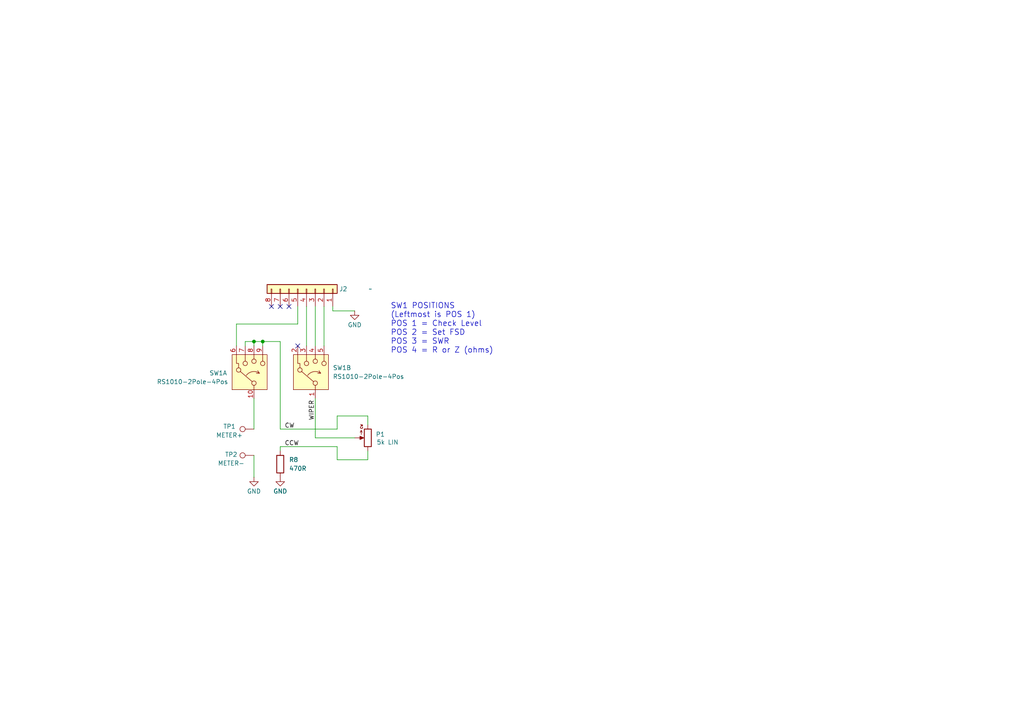
<source format=kicad_sch>
(kicad_sch
	(version 20250114)
	(generator "eeschema")
	(generator_version "9.0")
	(uuid "c04e1c9e-99e4-4f57-858c-9270bf48b239")
	(paper "A4")
	(lib_symbols
		(symbol "Connector:TestPoint"
			(pin_numbers
				(hide yes)
			)
			(pin_names
				(offset 0.762)
				(hide yes)
			)
			(exclude_from_sim no)
			(in_bom yes)
			(on_board yes)
			(property "Reference" "TP"
				(at 0 6.858 0)
				(effects
					(font
						(size 1.27 1.27)
					)
				)
			)
			(property "Value" "TestPoint"
				(at 0 5.08 0)
				(effects
					(font
						(size 1.27 1.27)
					)
				)
			)
			(property "Footprint" ""
				(at 5.08 0 0)
				(effects
					(font
						(size 1.27 1.27)
					)
					(hide yes)
				)
			)
			(property "Datasheet" "~"
				(at 5.08 0 0)
				(effects
					(font
						(size 1.27 1.27)
					)
					(hide yes)
				)
			)
			(property "Description" "test point"
				(at 0 0 0)
				(effects
					(font
						(size 1.27 1.27)
					)
					(hide yes)
				)
			)
			(property "ki_keywords" "test point tp"
				(at 0 0 0)
				(effects
					(font
						(size 1.27 1.27)
					)
					(hide yes)
				)
			)
			(property "ki_fp_filters" "Pin* Test*"
				(at 0 0 0)
				(effects
					(font
						(size 1.27 1.27)
					)
					(hide yes)
				)
			)
			(symbol "TestPoint_0_1"
				(circle
					(center 0 3.302)
					(radius 0.762)
					(stroke
						(width 0)
						(type default)
					)
					(fill
						(type none)
					)
				)
			)
			(symbol "TestPoint_1_1"
				(pin passive line
					(at 0 0 90)
					(length 2.54)
					(name "1"
						(effects
							(font
								(size 1.27 1.27)
							)
						)
					)
					(number "1"
						(effects
							(font
								(size 1.27 1.27)
							)
						)
					)
				)
			)
			(embedded_fonts no)
		)
		(symbol "Connector_Generic:Conn_01x08"
			(pin_names
				(offset 1.016)
				(hide yes)
			)
			(exclude_from_sim no)
			(in_bom yes)
			(on_board yes)
			(property "Reference" "J"
				(at 0 10.16 0)
				(effects
					(font
						(size 1.27 1.27)
					)
				)
			)
			(property "Value" "Conn_01x08"
				(at 0 -12.7 0)
				(effects
					(font
						(size 1.27 1.27)
					)
				)
			)
			(property "Footprint" ""
				(at 0 0 0)
				(effects
					(font
						(size 1.27 1.27)
					)
					(hide yes)
				)
			)
			(property "Datasheet" "~"
				(at 0 0 0)
				(effects
					(font
						(size 1.27 1.27)
					)
					(hide yes)
				)
			)
			(property "Description" "Generic connector, single row, 01x08, script generated (kicad-library-utils/schlib/autogen/connector/)"
				(at 0 0 0)
				(effects
					(font
						(size 1.27 1.27)
					)
					(hide yes)
				)
			)
			(property "ki_keywords" "connector"
				(at 0 0 0)
				(effects
					(font
						(size 1.27 1.27)
					)
					(hide yes)
				)
			)
			(property "ki_fp_filters" "Connector*:*_1x??_*"
				(at 0 0 0)
				(effects
					(font
						(size 1.27 1.27)
					)
					(hide yes)
				)
			)
			(symbol "Conn_01x08_1_1"
				(rectangle
					(start -1.27 8.89)
					(end 1.27 -11.43)
					(stroke
						(width 0.254)
						(type default)
					)
					(fill
						(type background)
					)
				)
				(rectangle
					(start -1.27 7.747)
					(end 0 7.493)
					(stroke
						(width 0.1524)
						(type default)
					)
					(fill
						(type none)
					)
				)
				(rectangle
					(start -1.27 5.207)
					(end 0 4.953)
					(stroke
						(width 0.1524)
						(type default)
					)
					(fill
						(type none)
					)
				)
				(rectangle
					(start -1.27 2.667)
					(end 0 2.413)
					(stroke
						(width 0.1524)
						(type default)
					)
					(fill
						(type none)
					)
				)
				(rectangle
					(start -1.27 0.127)
					(end 0 -0.127)
					(stroke
						(width 0.1524)
						(type default)
					)
					(fill
						(type none)
					)
				)
				(rectangle
					(start -1.27 -2.413)
					(end 0 -2.667)
					(stroke
						(width 0.1524)
						(type default)
					)
					(fill
						(type none)
					)
				)
				(rectangle
					(start -1.27 -4.953)
					(end 0 -5.207)
					(stroke
						(width 0.1524)
						(type default)
					)
					(fill
						(type none)
					)
				)
				(rectangle
					(start -1.27 -7.493)
					(end 0 -7.747)
					(stroke
						(width 0.1524)
						(type default)
					)
					(fill
						(type none)
					)
				)
				(rectangle
					(start -1.27 -10.033)
					(end 0 -10.287)
					(stroke
						(width 0.1524)
						(type default)
					)
					(fill
						(type none)
					)
				)
				(pin passive line
					(at -5.08 7.62 0)
					(length 3.81)
					(name "Pin_1"
						(effects
							(font
								(size 1.27 1.27)
							)
						)
					)
					(number "1"
						(effects
							(font
								(size 1.27 1.27)
							)
						)
					)
				)
				(pin passive line
					(at -5.08 5.08 0)
					(length 3.81)
					(name "Pin_2"
						(effects
							(font
								(size 1.27 1.27)
							)
						)
					)
					(number "2"
						(effects
							(font
								(size 1.27 1.27)
							)
						)
					)
				)
				(pin passive line
					(at -5.08 2.54 0)
					(length 3.81)
					(name "Pin_3"
						(effects
							(font
								(size 1.27 1.27)
							)
						)
					)
					(number "3"
						(effects
							(font
								(size 1.27 1.27)
							)
						)
					)
				)
				(pin passive line
					(at -5.08 0 0)
					(length 3.81)
					(name "Pin_4"
						(effects
							(font
								(size 1.27 1.27)
							)
						)
					)
					(number "4"
						(effects
							(font
								(size 1.27 1.27)
							)
						)
					)
				)
				(pin passive line
					(at -5.08 -2.54 0)
					(length 3.81)
					(name "Pin_5"
						(effects
							(font
								(size 1.27 1.27)
							)
						)
					)
					(number "5"
						(effects
							(font
								(size 1.27 1.27)
							)
						)
					)
				)
				(pin passive line
					(at -5.08 -5.08 0)
					(length 3.81)
					(name "Pin_6"
						(effects
							(font
								(size 1.27 1.27)
							)
						)
					)
					(number "6"
						(effects
							(font
								(size 1.27 1.27)
							)
						)
					)
				)
				(pin passive line
					(at -5.08 -7.62 0)
					(length 3.81)
					(name "Pin_7"
						(effects
							(font
								(size 1.27 1.27)
							)
						)
					)
					(number "7"
						(effects
							(font
								(size 1.27 1.27)
							)
						)
					)
				)
				(pin passive line
					(at -5.08 -10.16 0)
					(length 3.81)
					(name "Pin_8"
						(effects
							(font
								(size 1.27 1.27)
							)
						)
					)
					(number "8"
						(effects
							(font
								(size 1.27 1.27)
							)
						)
					)
				)
			)
			(embedded_fonts no)
		)
		(symbol "Device:R"
			(pin_numbers
				(hide yes)
			)
			(pin_names
				(offset 0)
			)
			(exclude_from_sim no)
			(in_bom yes)
			(on_board yes)
			(property "Reference" "R"
				(at 2.032 0 90)
				(effects
					(font
						(size 1.27 1.27)
					)
				)
			)
			(property "Value" "R"
				(at 0 0 90)
				(effects
					(font
						(size 1.27 1.27)
					)
				)
			)
			(property "Footprint" ""
				(at -1.778 0 90)
				(effects
					(font
						(size 1.27 1.27)
					)
					(hide yes)
				)
			)
			(property "Datasheet" "~"
				(at 0 0 0)
				(effects
					(font
						(size 1.27 1.27)
					)
					(hide yes)
				)
			)
			(property "Description" "Resistor"
				(at 0 0 0)
				(effects
					(font
						(size 1.27 1.27)
					)
					(hide yes)
				)
			)
			(property "ki_keywords" "R res resistor"
				(at 0 0 0)
				(effects
					(font
						(size 1.27 1.27)
					)
					(hide yes)
				)
			)
			(property "ki_fp_filters" "R_*"
				(at 0 0 0)
				(effects
					(font
						(size 1.27 1.27)
					)
					(hide yes)
				)
			)
			(symbol "R_0_1"
				(rectangle
					(start -1.016 -2.54)
					(end 1.016 2.54)
					(stroke
						(width 0.254)
						(type default)
					)
					(fill
						(type none)
					)
				)
			)
			(symbol "R_1_1"
				(pin passive line
					(at 0 3.81 270)
					(length 1.27)
					(name "~"
						(effects
							(font
								(size 1.27 1.27)
							)
						)
					)
					(number "1"
						(effects
							(font
								(size 1.27 1.27)
							)
						)
					)
				)
				(pin passive line
					(at 0 -3.81 90)
					(length 1.27)
					(name "~"
						(effects
							(font
								(size 1.27 1.27)
							)
						)
					)
					(number "2"
						(effects
							(font
								(size 1.27 1.27)
							)
						)
					)
				)
			)
			(embedded_fonts no)
		)
		(symbol "RS1010-symbol-library:RS1010-2Pole-4Pos"
			(pin_names
				(hide yes)
			)
			(exclude_from_sim no)
			(in_bom yes)
			(on_board yes)
			(property "Reference" "SW"
				(at 0 7.62 0)
				(effects
					(font
						(size 1.27 1.27)
					)
				)
			)
			(property "Value" "RS1010-2Pole-4Pos"
				(at 1.27 -5.334 0)
				(effects
					(font
						(size 1.27 1.27)
					)
				)
			)
			(property "Footprint" "RS1010-footprint-library:RS1010"
				(at 0 -7.62 0)
				(effects
					(font
						(size 1.27 1.27)
					)
					(hide yes)
				)
			)
			(property "Datasheet" "~"
				(at 0 -10.16 0)
				(effects
					(font
						(size 1.27 1.27)
					)
					(hide yes)
				)
			)
			(property "Description" "Rotary switch SR10010F RS1010"
				(at 0.254 9.652 0)
				(effects
					(font
						(size 1.27 1.27)
					)
					(hide yes)
				)
			)
			(property "ki_keywords" "Rotary switch RS1010 SR10010F"
				(at 0 0 0)
				(effects
					(font
						(size 1.27 1.27)
					)
					(hide yes)
				)
			)
			(symbol "RS1010-2Pole-4Pos_0_1"
				(polyline
					(pts
						(xy -5.08 0) (xy -3.81 0)
					)
					(stroke
						(width 0)
						(type default)
					)
					(fill
						(type none)
					)
				)
				(circle
					(center -3.175 0)
					(radius 0.635)
					(stroke
						(width 0)
						(type default)
					)
					(fill
						(type none)
					)
				)
				(polyline
					(pts
						(xy -2.7432 0.508) (xy 0.2032 3.9624)
					)
					(stroke
						(width 0)
						(type default)
					)
					(fill
						(type none)
					)
				)
				(arc
					(start -0.9526 2.2225)
					(mid 0.154 0.449)
					(end -0.3176 -1.5875)
					(stroke
						(width 0)
						(type default)
					)
					(fill
						(type none)
					)
				)
				(polyline
					(pts
						(xy -0.3176 -1.5875) (xy -0.3176 -0.6985)
					)
					(stroke
						(width 0)
						(type default)
					)
					(fill
						(type none)
					)
				)
				(polyline
					(pts
						(xy -0.3176 -1.5875) (xy -0.3176 -1.5875)
					)
					(stroke
						(width 0)
						(type default)
					)
					(fill
						(type none)
					)
				)
				(polyline
					(pts
						(xy -0.3176 -1.5875) (xy 0.4444 -1.0795)
					)
					(stroke
						(width 0)
						(type default)
					)
					(fill
						(type none)
					)
				)
				(polyline
					(pts
						(xy 0.3174 -1.5875) (xy 0.3174 -1.5875)
					)
					(stroke
						(width 0)
						(type default)
					)
					(fill
						(type none)
					)
				)
				(circle
					(center 0.635 4.445)
					(radius 0.635)
					(stroke
						(width 0)
						(type default)
					)
					(fill
						(type none)
					)
				)
				(circle
					(center 2.54 2.54)
					(radius 0.635)
					(stroke
						(width 0)
						(type default)
					)
					(fill
						(type none)
					)
				)
				(circle
					(center 2.54 -2.54)
					(radius 0.635)
					(stroke
						(width 0)
						(type default)
					)
					(fill
						(type none)
					)
				)
				(circle
					(center 3.175 0)
					(radius 0.635)
					(stroke
						(width 0)
						(type default)
					)
					(fill
						(type none)
					)
				)
				(polyline
					(pts
						(xy 5.08 5.08) (xy 2.54 5.08) (xy 2.54 4.445) (xy 1.27 4.445)
					)
					(stroke
						(width 0)
						(type default)
					)
					(fill
						(type none)
					)
				)
				(polyline
					(pts
						(xy 5.08 2.54) (xy 3.175 2.54)
					)
					(stroke
						(width 0)
						(type default)
					)
					(fill
						(type none)
					)
				)
				(polyline
					(pts
						(xy 5.08 0) (xy 3.81 0)
					)
					(stroke
						(width 0)
						(type default)
					)
					(fill
						(type none)
					)
				)
				(polyline
					(pts
						(xy 5.08 -2.54) (xy 3.175 -2.54)
					)
					(stroke
						(width 0)
						(type default)
					)
					(fill
						(type none)
					)
				)
			)
			(symbol "RS1010-2Pole-4Pos_1_1"
				(polyline
					(pts
						(xy -5.08 6.35) (xy 5.08 6.35) (xy 5.08 -3.81) (xy -5.08 -3.81) (xy -5.08 6.35) (xy -5.08 6.35)
					)
					(stroke
						(width 0)
						(type default)
					)
					(fill
						(type background)
					)
				)
				(pin passive line
					(at -7.62 0 0)
					(length 2.54)
					(name ""
						(effects
							(font
								(size 1.27 1.27)
							)
						)
					)
					(number "10"
						(effects
							(font
								(size 1.27 1.27)
							)
						)
					)
				)
				(pin passive line
					(at 7.62 5.08 180)
					(length 2.54)
					(name ""
						(effects
							(font
								(size 1.27 1.27)
							)
						)
					)
					(number "6"
						(effects
							(font
								(size 1.27 1.27)
							)
						)
					)
				)
				(pin passive line
					(at 7.62 2.54 180)
					(length 2.54)
					(name ""
						(effects
							(font
								(size 1.27 1.27)
							)
						)
					)
					(number "7"
						(effects
							(font
								(size 1.27 1.27)
							)
						)
					)
				)
				(pin passive line
					(at 7.62 0 180)
					(length 2.54)
					(name ""
						(effects
							(font
								(size 1.27 1.27)
							)
						)
					)
					(number "8"
						(effects
							(font
								(size 1.27 1.27)
							)
						)
					)
				)
				(pin passive line
					(at 7.62 -2.54 180)
					(length 2.54)
					(name ""
						(effects
							(font
								(size 1.27 1.27)
							)
						)
					)
					(number "9"
						(effects
							(font
								(size 1.27 1.27)
							)
						)
					)
				)
			)
			(symbol "RS1010-2Pole-4Pos_2_1"
				(polyline
					(pts
						(xy -5.08 6.35) (xy 5.08 6.35) (xy 5.08 -3.81) (xy -5.08 -3.81) (xy -5.08 6.35) (xy -5.08 6.35)
					)
					(stroke
						(width 0)
						(type default)
					)
					(fill
						(type background)
					)
				)
				(pin passive line
					(at -7.62 0 0)
					(length 2.54)
					(name ""
						(effects
							(font
								(size 1.27 1.27)
							)
						)
					)
					(number "1"
						(effects
							(font
								(size 1.27 1.27)
							)
						)
					)
				)
				(pin passive line
					(at 7.62 5.08 180)
					(length 2.54)
					(name ""
						(effects
							(font
								(size 1.27 1.27)
							)
						)
					)
					(number "2"
						(effects
							(font
								(size 1.27 1.27)
							)
						)
					)
				)
				(pin passive line
					(at 7.62 2.54 180)
					(length 2.54)
					(name ""
						(effects
							(font
								(size 1.27 1.27)
							)
						)
					)
					(number "3"
						(effects
							(font
								(size 1.27 1.27)
							)
						)
					)
				)
				(pin passive line
					(at 7.62 0 180)
					(length 2.54)
					(name ""
						(effects
							(font
								(size 1.27 1.27)
							)
						)
					)
					(number "4"
						(effects
							(font
								(size 1.27 1.27)
							)
						)
					)
				)
				(pin passive line
					(at 7.62 -2.54 180)
					(length 2.54)
					(name ""
						(effects
							(font
								(size 1.27 1.27)
							)
						)
					)
					(number "5"
						(effects
							(font
								(size 1.27 1.27)
							)
						)
					)
				)
			)
			(embedded_fonts no)
		)
		(symbol "User_Global_Symbol_Library:R_Potentiometer"
			(pin_numbers
				(hide yes)
			)
			(pin_names
				(offset 1.016)
				(hide yes)
			)
			(exclude_from_sim no)
			(in_bom yes)
			(on_board yes)
			(property "Reference" "VR"
				(at -4.445 0 90)
				(effects
					(font
						(size 1.27 1.27)
					)
				)
			)
			(property "Value" "R_Potentiometer"
				(at -2.54 0 90)
				(effects
					(font
						(size 1.27 1.27)
					)
				)
			)
			(property "Footprint" "User_Global_Library:Potentiometer_soldersmoke"
				(at 0 0 0)
				(effects
					(font
						(size 1.27 1.27)
					)
					(hide yes)
				)
			)
			(property "Datasheet" "~"
				(at 0 0 0)
				(effects
					(font
						(size 1.27 1.27)
					)
					(hide yes)
				)
			)
			(property "Description" "Potentiometer"
				(at 0 0 0)
				(effects
					(font
						(size 1.27 1.27)
					)
					(hide yes)
				)
			)
			(property "ki_keywords" "resistor variable"
				(at 0 0 0)
				(effects
					(font
						(size 1.27 1.27)
					)
					(hide yes)
				)
			)
			(property "ki_fp_filters" "Potentiometer*"
				(at 0 0 0)
				(effects
					(font
						(size 1.27 1.27)
					)
					(hide yes)
				)
			)
			(symbol "R_Potentiometer_0_1"
				(rectangle
					(start 1.016 2.54)
					(end -1.016 -2.54)
					(stroke
						(width 0.254)
						(type default)
					)
					(fill
						(type none)
					)
				)
				(polyline
					(pts
						(xy 1.143 0) (xy 2.286 0.508) (xy 2.286 -0.508) (xy 1.143 0)
					)
					(stroke
						(width 0)
						(type default)
					)
					(fill
						(type outline)
					)
				)
				(polyline
					(pts
						(xy 1.905 2.2225) (xy 2.2225 1.5875)
					)
					(stroke
						(width 0)
						(type default)
					)
					(fill
						(type none)
					)
				)
				(polyline
					(pts
						(xy 1.905 0.9525) (xy 1.905 2.2225) (xy 1.5875 1.5875)
					)
					(stroke
						(width 0)
						(type default)
					)
					(fill
						(type none)
					)
				)
				(polyline
					(pts
						(xy 2.54 0) (xy 1.524 0)
					)
					(stroke
						(width 0)
						(type default)
					)
					(fill
						(type none)
					)
				)
			)
			(symbol "R_Potentiometer_1_1"
				(text "CW"
					(at 1.778 3.302 900)
					(effects
						(font
							(size 0.635 0.635)
						)
					)
				)
				(pin passive line
					(at 0 3.81 270)
					(length 1.27)
					(name "3"
						(effects
							(font
								(size 1.27 1.27)
							)
						)
					)
					(number "3"
						(effects
							(font
								(size 1.27 1.27)
							)
						)
					)
				)
				(pin passive line
					(at 0 -3.81 90)
					(length 1.27)
					(name "1"
						(effects
							(font
								(size 1.27 1.27)
							)
						)
					)
					(number "1"
						(effects
							(font
								(size 1.27 1.27)
							)
						)
					)
				)
				(pin passive line
					(at 3.81 0 180)
					(length 1.27)
					(name "2"
						(effects
							(font
								(size 1.27 1.27)
							)
						)
					)
					(number "2"
						(effects
							(font
								(size 1.27 1.27)
							)
						)
					)
				)
			)
			(embedded_fonts no)
		)
		(symbol "power:GND"
			(power)
			(pin_numbers
				(hide yes)
			)
			(pin_names
				(offset 0)
				(hide yes)
			)
			(exclude_from_sim no)
			(in_bom yes)
			(on_board yes)
			(property "Reference" "#PWR"
				(at 0 -6.35 0)
				(effects
					(font
						(size 1.27 1.27)
					)
					(hide yes)
				)
			)
			(property "Value" "GND"
				(at 0 -3.81 0)
				(effects
					(font
						(size 1.27 1.27)
					)
				)
			)
			(property "Footprint" ""
				(at 0 0 0)
				(effects
					(font
						(size 1.27 1.27)
					)
					(hide yes)
				)
			)
			(property "Datasheet" ""
				(at 0 0 0)
				(effects
					(font
						(size 1.27 1.27)
					)
					(hide yes)
				)
			)
			(property "Description" "Power symbol creates a global label with name \"GND\" , ground"
				(at 0 0 0)
				(effects
					(font
						(size 1.27 1.27)
					)
					(hide yes)
				)
			)
			(property "ki_keywords" "global power"
				(at 0 0 0)
				(effects
					(font
						(size 1.27 1.27)
					)
					(hide yes)
				)
			)
			(symbol "GND_0_1"
				(polyline
					(pts
						(xy 0 0) (xy 0 -1.27) (xy 1.27 -1.27) (xy 0 -2.54) (xy -1.27 -1.27) (xy 0 -1.27)
					)
					(stroke
						(width 0)
						(type default)
					)
					(fill
						(type none)
					)
				)
			)
			(symbol "GND_1_1"
				(pin power_in line
					(at 0 0 270)
					(length 0)
					(name "~"
						(effects
							(font
								(size 1.27 1.27)
							)
						)
					)
					(number "1"
						(effects
							(font
								(size 1.27 1.27)
							)
						)
					)
				)
			)
			(embedded_fonts no)
		)
	)
	(text "SW1 POSITIONS\n(Leftmost is POS 1)\nPOS 1 = Check Level\nPOS 2 = Set FSD\nPOS 3 = SWR\nPOS 4 = R or Z (ohms)"
		(exclude_from_sim no)
		(at 113.284 95.25 0)
		(effects
			(font
				(size 1.6 1.6)
			)
			(justify left)
		)
		(uuid "1fc15601-5166-4b61-9c4a-5daf84a06567")
	)
	(junction
		(at 76.2 99.06)
		(diameter 0)
		(color 0 0 0 0)
		(uuid "4dddef37-1471-4042-9ae4-1281c383fe03")
	)
	(junction
		(at 73.66 99.06)
		(diameter 0)
		(color 0 0 0 0)
		(uuid "96531b9d-ffa2-4008-9a89-0f7b5750bc42")
	)
	(no_connect
		(at 86.36 100.33)
		(uuid "18419097-b37a-4e3c-9efa-b1194ad03183")
	)
	(no_connect
		(at 83.82 88.9)
		(uuid "30accba8-a315-4eac-9728-5cc9c3bd1819")
	)
	(no_connect
		(at 78.74 88.9)
		(uuid "bc481b1f-1b00-4413-9a0d-9bf562835a89")
	)
	(no_connect
		(at 81.28 88.9)
		(uuid "fbb7e1e1-5500-4e82-a4c3-f0fe08893705")
	)
	(wire
		(pts
			(xy 73.66 115.57) (xy 73.66 124.46)
		)
		(stroke
			(width 0)
			(type default)
		)
		(uuid "077bfebe-8f5c-4d0a-89e9-0b4629984f0a")
	)
	(wire
		(pts
			(xy 81.28 124.46) (xy 97.79 124.46)
		)
		(stroke
			(width 0)
			(type default)
		)
		(uuid "10cbfcae-5a0b-49a9-a7fe-dceebe1816fa")
	)
	(wire
		(pts
			(xy 93.98 88.9) (xy 93.98 100.33)
		)
		(stroke
			(width 0)
			(type default)
		)
		(uuid "3361e062-32a7-471f-b8ca-2baa3343ddaa")
	)
	(wire
		(pts
			(xy 81.28 124.46) (xy 81.28 99.06)
		)
		(stroke
			(width 0)
			(type default)
		)
		(uuid "355ab485-d565-4134-abbf-e8969f21c164")
	)
	(wire
		(pts
			(xy 86.36 93.98) (xy 86.36 88.9)
		)
		(stroke
			(width 0)
			(type default)
		)
		(uuid "3a44d93a-feff-49a5-b6b8-eb5d692d3213")
	)
	(wire
		(pts
			(xy 97.79 133.35) (xy 106.68 133.35)
		)
		(stroke
			(width 0)
			(type default)
		)
		(uuid "5826c8d0-299e-4789-aa51-c5db6ced064b")
	)
	(wire
		(pts
			(xy 97.79 124.46) (xy 97.79 120.65)
		)
		(stroke
			(width 0)
			(type default)
		)
		(uuid "5a97d098-0fdc-448a-ae53-d1db7e985dcd")
	)
	(wire
		(pts
			(xy 91.44 115.57) (xy 91.44 127)
		)
		(stroke
			(width 0)
			(type default)
		)
		(uuid "5e75c0b6-a6ff-4ed9-ab61-4476ef80a21a")
	)
	(wire
		(pts
			(xy 68.58 93.98) (xy 86.36 93.98)
		)
		(stroke
			(width 0)
			(type default)
		)
		(uuid "6ed93861-c345-4d62-9477-16411675814f")
	)
	(wire
		(pts
			(xy 81.28 129.54) (xy 81.28 130.81)
		)
		(stroke
			(width 0)
			(type default)
		)
		(uuid "71dc7766-7a73-42e2-9c14-762fb5382c1d")
	)
	(wire
		(pts
			(xy 88.9 88.9) (xy 88.9 100.33)
		)
		(stroke
			(width 0)
			(type default)
		)
		(uuid "75707f5a-a7d3-41d4-aa00-c34a71e427aa")
	)
	(wire
		(pts
			(xy 96.52 90.17) (xy 96.52 88.9)
		)
		(stroke
			(width 0)
			(type default)
		)
		(uuid "8437c2e5-a387-4424-8010-d3f551450036")
	)
	(wire
		(pts
			(xy 106.68 120.65) (xy 106.68 123.19)
		)
		(stroke
			(width 0)
			(type default)
		)
		(uuid "86ecfcb9-414b-4a02-b190-a08440586ef6")
	)
	(wire
		(pts
			(xy 73.66 99.06) (xy 76.2 99.06)
		)
		(stroke
			(width 0)
			(type default)
		)
		(uuid "94e80c7d-95c9-45b0-bace-aee2193b11ba")
	)
	(wire
		(pts
			(xy 102.87 90.17) (xy 96.52 90.17)
		)
		(stroke
			(width 0)
			(type default)
		)
		(uuid "9af863de-d083-4428-8454-3cc28976c486")
	)
	(wire
		(pts
			(xy 97.79 120.65) (xy 106.68 120.65)
		)
		(stroke
			(width 0)
			(type default)
		)
		(uuid "a03302ea-9c0a-44cf-a1ff-58143046362c")
	)
	(wire
		(pts
			(xy 81.28 99.06) (xy 76.2 99.06)
		)
		(stroke
			(width 0)
			(type default)
		)
		(uuid "a289d636-24b5-409f-b7f7-7d6308368735")
	)
	(wire
		(pts
			(xy 106.68 133.35) (xy 106.68 130.81)
		)
		(stroke
			(width 0)
			(type default)
		)
		(uuid "a46ef2e8-85d0-40f6-9cb4-71be11df49d4")
	)
	(wire
		(pts
			(xy 91.44 127) (xy 102.87 127)
		)
		(stroke
			(width 0)
			(type default)
		)
		(uuid "a68a8f97-d602-4809-b658-c95eac296bcb")
	)
	(wire
		(pts
			(xy 68.58 93.98) (xy 68.58 100.33)
		)
		(stroke
			(width 0)
			(type default)
		)
		(uuid "b61bd400-989c-47eb-8efa-0e3256f6c0b7")
	)
	(wire
		(pts
			(xy 73.66 132.08) (xy 73.66 138.43)
		)
		(stroke
			(width 0)
			(type default)
		)
		(uuid "ba8a11f6-9377-448e-bf1e-076532e410a4")
	)
	(wire
		(pts
			(xy 71.12 100.33) (xy 71.12 99.06)
		)
		(stroke
			(width 0)
			(type default)
		)
		(uuid "bd397b4d-2e2e-4edf-bc4d-6d25e06da5c7")
	)
	(wire
		(pts
			(xy 73.66 99.06) (xy 73.66 100.33)
		)
		(stroke
			(width 0)
			(type default)
		)
		(uuid "c33775de-b50e-4539-a40a-a3dbf9faad6f")
	)
	(wire
		(pts
			(xy 97.79 129.54) (xy 97.79 133.35)
		)
		(stroke
			(width 0)
			(type default)
		)
		(uuid "caa569d9-9f94-42f6-ba8d-6b3f15417e75")
	)
	(wire
		(pts
			(xy 71.12 99.06) (xy 73.66 99.06)
		)
		(stroke
			(width 0)
			(type default)
		)
		(uuid "d17ea2a7-b071-45c9-a2d7-87096b7e0159")
	)
	(wire
		(pts
			(xy 81.28 129.54) (xy 97.79 129.54)
		)
		(stroke
			(width 0)
			(type default)
		)
		(uuid "d388bd54-43f9-48be-a794-4a8ce7cbd96f")
	)
	(wire
		(pts
			(xy 76.2 99.06) (xy 76.2 100.33)
		)
		(stroke
			(width 0)
			(type default)
		)
		(uuid "d456ba43-a6dc-41f7-a9d8-7021e647e893")
	)
	(wire
		(pts
			(xy 91.44 88.9) (xy 91.44 100.33)
		)
		(stroke
			(width 0)
			(type default)
		)
		(uuid "d5731d78-1b98-4c50-9e12-72629e9c6097")
	)
	(label "WIPER"
		(at 91.44 121.92 90)
		(effects
			(font
				(size 1.27 1.27)
			)
			(justify left bottom)
		)
		(uuid "0e9fa85a-5082-4d69-97ac-7298506ada69")
	)
	(label "CCW"
		(at 82.55 129.54 0)
		(effects
			(font
				(size 1.27 1.27)
			)
			(justify left bottom)
		)
		(uuid "578adb04-81f4-4ee1-89ef-1f1a95604f7c")
	)
	(label "CW"
		(at 82.55 124.46 0)
		(effects
			(font
				(size 1.27 1.27)
			)
			(justify left bottom)
		)
		(uuid "b2906d40-1df1-4545-bd8a-dcc1628b2ea2")
	)
	(symbol
		(lib_id "RS1010-symbol-library:RS1010-2Pole-4Pos")
		(at 73.66 107.95 90)
		(unit 1)
		(exclude_from_sim no)
		(in_bom yes)
		(on_board yes)
		(dnp no)
		(uuid "13a18564-a53f-4ac1-bda5-8fb16700867f")
		(property "Reference" "SW1"
			(at 60.706 108.204 90)
			(effects
				(font
					(size 1.27 1.27)
				)
				(justify right)
			)
		)
		(property "Value" "RS1010-2Pole-4Pos"
			(at 45.466 110.744 90)
			(effects
				(font
					(size 1.27 1.27)
				)
				(justify right)
			)
		)
		(property "Footprint" "RS1010-footprint-library:RS1010"
			(at 81.28 107.95 0)
			(effects
				(font
					(size 1.27 1.27)
				)
				(hide yes)
			)
		)
		(property "Datasheet" "~"
			(at 83.82 107.95 0)
			(effects
				(font
					(size 1.27 1.27)
				)
				(hide yes)
			)
		)
		(property "Description" "Rotary switch SR10010F RS1010"
			(at 64.008 107.696 0)
			(effects
				(font
					(size 1.27 1.27)
				)
				(hide yes)
			)
		)
		(pin "9"
			(uuid "d84e5858-4aed-4482-82c7-772749e58f3e")
		)
		(pin "4"
			(uuid "9a81d876-face-43c5-9fda-6ab8e083b8fb")
		)
		(pin "2"
			(uuid "e531d12b-32be-4ae8-b457-2b1fe2fcbe90")
		)
		(pin "3"
			(uuid "84d66a7e-fdc5-472b-8d3b-44f52b2fdd69")
		)
		(pin "1"
			(uuid "2f230818-c5b8-472e-b47a-3e913e4fff79")
		)
		(pin "5"
			(uuid "f46c1020-f9d6-49b2-8964-87a1fc5e6b44")
		)
		(pin "8"
			(uuid "3ed967ef-7361-400b-b90c-4e53f50d8bfe")
		)
		(pin "10"
			(uuid "424a24e8-e996-45b1-a068-f4691a9759a2")
		)
		(pin "6"
			(uuid "4fae7ee6-7b83-4dbe-8805-803867353c8f")
		)
		(pin "7"
			(uuid "e4038ff2-b140-423f-b99c-9f0c08fb67f2")
		)
		(instances
			(project "controls-flex-antenna-analyzer"
				(path "/c04e1c9e-99e4-4f57-858c-9270bf48b239"
					(reference "SW1")
					(unit 1)
				)
			)
		)
	)
	(symbol
		(lib_id "power:GND")
		(at 81.28 138.43 0)
		(unit 1)
		(exclude_from_sim no)
		(in_bom yes)
		(on_board yes)
		(dnp no)
		(uuid "3d60f04b-770b-4b38-97bf-e61ca4b93a8d")
		(property "Reference" "#PWR015"
			(at 81.28 144.78 0)
			(effects
				(font
					(size 1.27 1.27)
				)
				(hide yes)
			)
		)
		(property "Value" "GND"
			(at 81.28 142.494 0)
			(effects
				(font
					(size 1.27 1.27)
				)
			)
		)
		(property "Footprint" ""
			(at 81.28 138.43 0)
			(effects
				(font
					(size 1.27 1.27)
				)
				(hide yes)
			)
		)
		(property "Datasheet" ""
			(at 81.28 138.43 0)
			(effects
				(font
					(size 1.27 1.27)
				)
				(hide yes)
			)
		)
		(property "Description" "Power symbol creates a global label with name \"GND\" , ground"
			(at 81.28 138.43 0)
			(effects
				(font
					(size 1.27 1.27)
				)
				(hide yes)
			)
		)
		(pin "1"
			(uuid "4b57d577-04db-4fe1-b50e-221bd542ea62")
		)
		(instances
			(project "controls-flex-antenna-analyzer"
				(path "/c04e1c9e-99e4-4f57-858c-9270bf48b239"
					(reference "#PWR015")
					(unit 1)
				)
			)
		)
	)
	(symbol
		(lib_id "Device:R")
		(at 81.28 134.62 0)
		(unit 1)
		(exclude_from_sim no)
		(in_bom yes)
		(on_board yes)
		(dnp no)
		(uuid "488b7da0-61cb-41c5-b4d5-f94a596164fd")
		(property "Reference" "R8"
			(at 83.82 133.3499 0)
			(effects
				(font
					(size 1.27 1.27)
				)
				(justify left)
			)
		)
		(property "Value" "470R"
			(at 83.82 135.8899 0)
			(effects
				(font
					(size 1.27 1.27)
				)
				(justify left)
			)
		)
		(property "Footprint" "Resistor_SMD:R_0805_2012Metric_Pad1.20x1.40mm_HandSolder"
			(at 79.502 134.62 90)
			(effects
				(font
					(size 1.27 1.27)
				)
				(hide yes)
			)
		)
		(property "Datasheet" "~"
			(at 81.28 134.62 0)
			(effects
				(font
					(size 1.27 1.27)
				)
				(hide yes)
			)
		)
		(property "Description" "Resistor"
			(at 81.28 134.62 0)
			(effects
				(font
					(size 1.27 1.27)
				)
				(hide yes)
			)
		)
		(pin "2"
			(uuid "69755293-e236-4377-956c-5ed0ed20c971")
		)
		(pin "1"
			(uuid "85de3fbe-34d9-4c8a-a192-9dd8367c2208")
		)
		(instances
			(project "controls-flex-antenna-analyzer"
				(path "/c04e1c9e-99e4-4f57-858c-9270bf48b239"
					(reference "R8")
					(unit 1)
				)
			)
		)
	)
	(symbol
		(lib_id "User_Global_Symbol_Library:R_Potentiometer")
		(at 106.68 127 0)
		(mirror y)
		(unit 1)
		(exclude_from_sim no)
		(in_bom yes)
		(on_board yes)
		(dnp no)
		(uuid "70a30146-f289-47a0-b1be-1b323f94491f")
		(property "Reference" "P1"
			(at 108.966 125.984 0)
			(effects
				(font
					(size 1.27 1.27)
				)
				(justify right)
			)
		)
		(property "Value" "5k LIN"
			(at 109.22 128.27 0)
			(effects
				(font
					(size 1.27 1.27)
				)
				(justify right)
			)
		)
		(property "Footprint" "User_Global_Library:Potentiometer_RD701F"
			(at 106.68 127 0)
			(effects
				(font
					(size 1.27 1.27)
				)
				(hide yes)
			)
		)
		(property "Datasheet" "~"
			(at 106.68 127 0)
			(effects
				(font
					(size 1.27 1.27)
				)
				(hide yes)
			)
		)
		(property "Description" "Potentiometer"
			(at 106.68 127 0)
			(effects
				(font
					(size 1.27 1.27)
				)
				(hide yes)
			)
		)
		(pin "3"
			(uuid "bea566d4-981b-4e23-a518-57df9875d73d")
		)
		(pin "2"
			(uuid "4ae2ce22-c958-4097-a7d6-89fe67d92fc1")
		)
		(pin "1"
			(uuid "76e61ba4-4984-4e76-9a84-ef4a6cbc8848")
		)
		(instances
			(project "controls-flex-antenna-analyzer"
				(path "/c04e1c9e-99e4-4f57-858c-9270bf48b239"
					(reference "P1")
					(unit 1)
				)
			)
		)
	)
	(symbol
		(lib_id "power:GND")
		(at 102.87 90.17 0)
		(unit 1)
		(exclude_from_sim no)
		(in_bom yes)
		(on_board yes)
		(dnp no)
		(uuid "88e4fc8b-20f5-4205-9ddf-50deb84b4606")
		(property "Reference" "#PWR014"
			(at 102.87 96.52 0)
			(effects
				(font
					(size 1.27 1.27)
				)
				(hide yes)
			)
		)
		(property "Value" "GND"
			(at 102.87 94.234 0)
			(effects
				(font
					(size 1.27 1.27)
				)
			)
		)
		(property "Footprint" ""
			(at 102.87 90.17 0)
			(effects
				(font
					(size 1.27 1.27)
				)
				(hide yes)
			)
		)
		(property "Datasheet" ""
			(at 102.87 90.17 0)
			(effects
				(font
					(size 1.27 1.27)
				)
				(hide yes)
			)
		)
		(property "Description" "Power symbol creates a global label with name \"GND\" , ground"
			(at 102.87 90.17 0)
			(effects
				(font
					(size 1.27 1.27)
				)
				(hide yes)
			)
		)
		(pin "1"
			(uuid "54b8636e-0913-4347-b1eb-64cd3c03ccb6")
		)
		(instances
			(project "controls-flex-antenna-analyzer"
				(path "/c04e1c9e-99e4-4f57-858c-9270bf48b239"
					(reference "#PWR014")
					(unit 1)
				)
			)
		)
	)
	(symbol
		(lib_id "power:GND")
		(at 73.66 138.43 0)
		(unit 1)
		(exclude_from_sim no)
		(in_bom yes)
		(on_board yes)
		(dnp no)
		(uuid "8e8cacaf-aa83-4045-a0b7-1d14171cd28c")
		(property "Reference" "#PWR016"
			(at 73.66 144.78 0)
			(effects
				(font
					(size 1.27 1.27)
				)
				(hide yes)
			)
		)
		(property "Value" "GND"
			(at 73.66 142.494 0)
			(effects
				(font
					(size 1.27 1.27)
				)
			)
		)
		(property "Footprint" ""
			(at 73.66 138.43 0)
			(effects
				(font
					(size 1.27 1.27)
				)
				(hide yes)
			)
		)
		(property "Datasheet" ""
			(at 73.66 138.43 0)
			(effects
				(font
					(size 1.27 1.27)
				)
				(hide yes)
			)
		)
		(property "Description" "Power symbol creates a global label with name \"GND\" , ground"
			(at 73.66 138.43 0)
			(effects
				(font
					(size 1.27 1.27)
				)
				(hide yes)
			)
		)
		(pin "1"
			(uuid "2ea4b44a-0d5e-4e8d-8a8e-50243d4b4ffb")
		)
		(instances
			(project "controls-flex-antenna-analyzer"
				(path "/c04e1c9e-99e4-4f57-858c-9270bf48b239"
					(reference "#PWR016")
					(unit 1)
				)
			)
		)
	)
	(symbol
		(lib_id "RS1010-symbol-library:RS1010-2Pole-4Pos")
		(at 91.44 107.95 90)
		(unit 2)
		(exclude_from_sim no)
		(in_bom yes)
		(on_board yes)
		(dnp no)
		(fields_autoplaced yes)
		(uuid "ab85c387-05e7-4f74-97d9-3ff4ce276300")
		(property "Reference" "SW1"
			(at 96.52 106.6799 90)
			(effects
				(font
					(size 1.27 1.27)
				)
				(justify right)
			)
		)
		(property "Value" "RS1010-2Pole-4Pos"
			(at 96.52 109.2199 90)
			(effects
				(font
					(size 1.27 1.27)
				)
				(justify right)
			)
		)
		(property "Footprint" "RS1010-footprint-library:RS1010"
			(at 99.06 107.95 0)
			(effects
				(font
					(size 1.27 1.27)
				)
				(hide yes)
			)
		)
		(property "Datasheet" "~"
			(at 101.6 107.95 0)
			(effects
				(font
					(size 1.27 1.27)
				)
				(hide yes)
			)
		)
		(property "Description" "Rotary switch SR10010F RS1010"
			(at 81.788 107.696 0)
			(effects
				(font
					(size 1.27 1.27)
				)
				(hide yes)
			)
		)
		(pin "9"
			(uuid "d84e5858-4aed-4482-82c7-772749e58f3f")
		)
		(pin "4"
			(uuid "9a81d876-face-43c5-9fda-6ab8e083b8fc")
		)
		(pin "2"
			(uuid "e531d12b-32be-4ae8-b457-2b1fe2fcbe91")
		)
		(pin "3"
			(uuid "84d66a7e-fdc5-472b-8d3b-44f52b2fdd6a")
		)
		(pin "1"
			(uuid "2f230818-c5b8-472e-b47a-3e913e4fff7a")
		)
		(pin "5"
			(uuid "f46c1020-f9d6-49b2-8964-87a1fc5e6b45")
		)
		(pin "8"
			(uuid "3ed967ef-7361-400b-b90c-4e53f50d8bff")
		)
		(pin "10"
			(uuid "424a24e8-e996-45b1-a068-f4691a9759a3")
		)
		(pin "6"
			(uuid "4fae7ee6-7b83-4dbe-8805-803867353c90")
		)
		(pin "7"
			(uuid "e4038ff2-b140-423f-b99c-9f0c08fb67f3")
		)
		(instances
			(project "controls-flex-antenna-analyzer"
				(path "/c04e1c9e-99e4-4f57-858c-9270bf48b239"
					(reference "SW1")
					(unit 2)
				)
			)
		)
	)
	(symbol
		(lib_id "Connector_Generic:Conn_01x08")
		(at 88.9 83.82 270)
		(mirror x)
		(unit 1)
		(exclude_from_sim no)
		(in_bom yes)
		(on_board yes)
		(dnp no)
		(uuid "c79ddc49-b750-44e2-8390-5afbc521e28c")
		(property "Reference" "J2"
			(at 99.568 83.82 90)
			(effects
				(font
					(size 1.27 1.27)
				)
			)
		)
		(property "Value" "~"
			(at 107.442 83.82 90)
			(effects
				(font
					(size 1.27 1.27)
				)
			)
		)
		(property "Footprint" "User_Global_Library:flex-8way-2.54"
			(at 88.9 83.82 0)
			(effects
				(font
					(size 1.27 1.27)
				)
				(hide yes)
			)
		)
		(property "Datasheet" "~"
			(at 88.9 83.82 0)
			(effects
				(font
					(size 1.27 1.27)
				)
				(hide yes)
			)
		)
		(property "Description" "Generic connector, single row, 01x08, script generated (kicad-library-utils/schlib/autogen/connector/)"
			(at 88.9 83.82 0)
			(effects
				(font
					(size 1.27 1.27)
				)
				(hide yes)
			)
		)
		(pin "4"
			(uuid "e67294e6-f001-40bd-8ce8-d9ed03660043")
		)
		(pin "1"
			(uuid "ef3eeb36-b1aa-4da3-bd85-fdf9b3c3561e")
		)
		(pin "5"
			(uuid "95ce0245-e22c-4438-bf68-b2a78af88e2e")
		)
		(pin "6"
			(uuid "839c20ab-b424-4279-a22c-399bac132fa0")
		)
		(pin "7"
			(uuid "0d6ec9d0-2d62-4141-a0d3-0fe8f9740aa1")
		)
		(pin "2"
			(uuid "a8a7cb3a-3ba4-4fbf-bbe8-ebc4de0eecaf")
		)
		(pin "3"
			(uuid "f7c474e6-5f8d-4a98-adc5-ee6579c06b91")
		)
		(pin "8"
			(uuid "408927e4-811a-4c46-831f-aa0fa94d09f1")
		)
		(instances
			(project "controls-flex-antenna-analyzer"
				(path "/c04e1c9e-99e4-4f57-858c-9270bf48b239"
					(reference "J2")
					(unit 1)
				)
			)
		)
	)
	(symbol
		(lib_id "Connector:TestPoint")
		(at 73.66 124.46 90)
		(unit 1)
		(exclude_from_sim no)
		(in_bom yes)
		(on_board yes)
		(dnp no)
		(uuid "dfca37ef-b32c-45c0-abb9-5e1214cf0d9f")
		(property "Reference" "TP1"
			(at 66.548 123.698 90)
			(effects
				(font
					(size 1.27 1.27)
				)
			)
		)
		(property "Value" "METER+"
			(at 66.548 126.238 90)
			(effects
				(font
					(size 1.27 1.27)
				)
			)
		)
		(property "Footprint" "User_Global_Library:TestPoint_Plated_Hole_1.8mm"
			(at 73.66 119.38 0)
			(effects
				(font
					(size 1.27 1.27)
				)
				(hide yes)
			)
		)
		(property "Datasheet" "~"
			(at 73.66 119.38 0)
			(effects
				(font
					(size 1.27 1.27)
				)
				(hide yes)
			)
		)
		(property "Description" "test point"
			(at 73.66 124.46 0)
			(effects
				(font
					(size 1.27 1.27)
				)
				(hide yes)
			)
		)
		(pin "1"
			(uuid "2dd75b66-8797-4591-bade-3ac3c6ffdc5e")
		)
		(instances
			(project ""
				(path "/c04e1c9e-99e4-4f57-858c-9270bf48b239"
					(reference "TP1")
					(unit 1)
				)
			)
		)
	)
	(symbol
		(lib_id "Connector:TestPoint")
		(at 73.66 132.08 90)
		(unit 1)
		(exclude_from_sim no)
		(in_bom yes)
		(on_board yes)
		(dnp no)
		(uuid "f2adf873-2e2e-4f6e-ba05-919a2be8367e")
		(property "Reference" "TP2"
			(at 67.056 131.826 90)
			(effects
				(font
					(size 1.27 1.27)
				)
			)
		)
		(property "Value" "METER-"
			(at 67.056 134.366 90)
			(effects
				(font
					(size 1.27 1.27)
				)
			)
		)
		(property "Footprint" "User_Global_Library:TestPoint_Plated_Hole_1.8mm"
			(at 73.66 127 0)
			(effects
				(font
					(size 1.27 1.27)
				)
				(hide yes)
			)
		)
		(property "Datasheet" "~"
			(at 73.66 127 0)
			(effects
				(font
					(size 1.27 1.27)
				)
				(hide yes)
			)
		)
		(property "Description" "test point"
			(at 73.66 132.08 0)
			(effects
				(font
					(size 1.27 1.27)
				)
				(hide yes)
			)
		)
		(pin "1"
			(uuid "e66b8e12-7456-48a6-b3e9-b8f85f8b2c4f")
		)
		(instances
			(project "controls-flex-antenna-analyzer"
				(path "/c04e1c9e-99e4-4f57-858c-9270bf48b239"
					(reference "TP2")
					(unit 1)
				)
			)
		)
	)
	(sheet_instances
		(path "/"
			(page "1")
		)
	)
	(embedded_fonts no)
)

</source>
